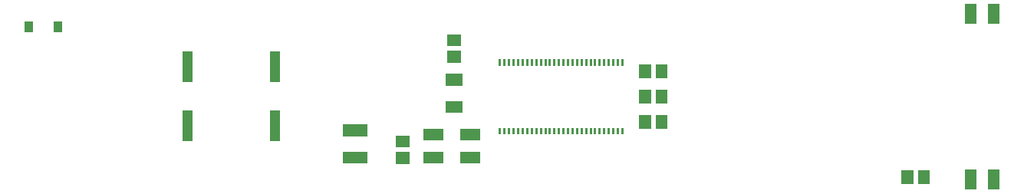
<source format=gbr>
G04 start of page 9 for group -4015 idx -4015 *
G04 Title: (unknown), toppaste *
G04 Creator: pcb 20110918 *
G04 CreationDate: Tue 16 Apr 2013 03:33:53 AM GMT UTC *
G04 For: railfan *
G04 Format: Gerber/RS-274X *
G04 PCB-Dimensions: 525000 170000 *
G04 PCB-Coordinate-Origin: lower left *
%MOIN*%
%FSLAX25Y25*%
%LNTOPPASTE*%
%ADD87R,0.0100X0.0100*%
%ADD86R,0.0430X0.0430*%
%ADD85R,0.0360X0.0360*%
%ADD84R,0.0512X0.0512*%
%ADD83R,0.0490X0.0490*%
G54D83*X197700Y68500D02*X201300D01*
X197700Y58500D02*X201300D01*
G54D84*X185607Y65543D02*X186393D01*
X185607Y58457D02*X186393D01*
X207319Y80595D02*X209681D01*
X207319Y92405D02*X209681D01*
X208107Y102457D02*X208893D01*
X208107Y109543D02*X208893D01*
G54D83*X213700Y68500D02*X217300D01*
X213700Y58500D02*X217300D01*
G54D85*X36400Y116100D02*Y114900D01*
X23500Y116100D02*Y114900D01*
G54D86*X92500Y102500D02*Y93500D01*
Y77000D02*Y67900D01*
G54D83*X443000Y50800D02*Y47200D01*
X433000Y50800D02*Y47200D01*
G54D86*X130500Y102500D02*Y93500D01*
Y77000D02*Y67900D01*
G54D84*X162745Y70405D02*X168255D01*
X162745Y58595D02*X168255D01*
G54D83*X443000Y122800D02*Y119200D01*
X433000Y122800D02*Y119200D01*
G54D84*X291457Y96393D02*Y95607D01*
X298543Y96393D02*Y95607D01*
X291457Y85393D02*Y84607D01*
X298543Y85393D02*Y84607D01*
G54D87*X228426Y70940D02*Y69140D01*
X230394Y70940D02*Y69140D01*
X232363Y70940D02*Y69140D01*
X234331Y70940D02*Y69140D01*
X236300Y70940D02*Y69140D01*
X238268Y70940D02*Y69140D01*
X240237Y70940D02*Y69140D01*
X242205Y70940D02*Y69140D01*
X244174Y70940D02*Y69140D01*
X246142Y70940D02*Y69140D01*
X248111Y70940D02*Y69140D01*
X250079Y70940D02*Y69140D01*
X252048Y70940D02*Y69140D01*
X254016Y70940D02*Y69140D01*
X255984Y70940D02*Y69140D01*
X257952Y70940D02*Y69140D01*
X259921Y70940D02*Y69140D01*
X261889Y70940D02*Y69140D01*
X263858Y70940D02*Y69140D01*
X265826Y70940D02*Y69140D01*
X267795Y70940D02*Y69140D01*
X269763Y70940D02*Y69140D01*
X271732Y70940D02*Y69140D01*
X273700Y70940D02*Y69140D01*
X275669Y70940D02*Y69140D01*
X277637Y70940D02*Y69140D01*
X279606Y70940D02*Y69140D01*
X281574Y70940D02*Y69140D01*
Y100860D02*Y99060D01*
X279606Y100860D02*Y99060D01*
X277637Y100860D02*Y99060D01*
X275669Y100860D02*Y99060D01*
X273700Y100860D02*Y99060D01*
X271732Y100860D02*Y99060D01*
X269763Y100860D02*Y99060D01*
X267795Y100860D02*Y99060D01*
X265826Y100860D02*Y99060D01*
X263858Y100860D02*Y99060D01*
X261889Y100860D02*Y99060D01*
X259921Y100860D02*Y99060D01*
X257952Y100860D02*Y99060D01*
X255984Y100860D02*Y99060D01*
X254016Y100860D02*Y99060D01*
X252048Y100860D02*Y99060D01*
X250079Y100860D02*Y99060D01*
X248111Y100860D02*Y99060D01*
X246142Y100860D02*Y99060D01*
X244174Y100860D02*Y99060D01*
X242205Y100860D02*Y99060D01*
X240237Y100860D02*Y99060D01*
X238268Y100860D02*Y99060D01*
X236300Y100860D02*Y99060D01*
X234331Y100860D02*Y99060D01*
X232363Y100860D02*Y99060D01*
X230394Y100860D02*Y99060D01*
X228426Y100860D02*Y99060D01*
G54D84*X291457Y74393D02*Y73607D01*
X298543Y74393D02*Y73607D01*
X405457Y50393D02*Y49607D01*
X412543Y50393D02*Y49607D01*
M02*

</source>
